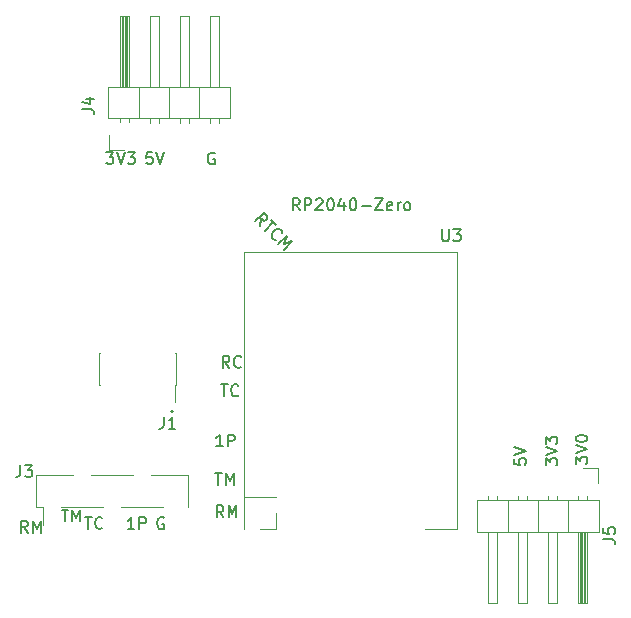
<source format=gbr>
%TF.GenerationSoftware,KiCad,Pcbnew,8.0.1*%
%TF.CreationDate,2024-05-04T23:45:59-07:00*%
%TF.ProjectId,gps_interposer,6770735f-696e-4746-9572-706f7365722e,rev?*%
%TF.SameCoordinates,Original*%
%TF.FileFunction,Legend,Top*%
%TF.FilePolarity,Positive*%
%FSLAX46Y46*%
G04 Gerber Fmt 4.6, Leading zero omitted, Abs format (unit mm)*
G04 Created by KiCad (PCBNEW 8.0.1) date 2024-05-04 23:45:59*
%MOMM*%
%LPD*%
G01*
G04 APERTURE LIST*
%ADD10C,0.150000*%
%ADD11C,0.202000*%
%ADD12C,0.120000*%
G04 APERTURE END LIST*
D10*
X171978174Y-82454275D02*
X172597221Y-82454275D01*
X172597221Y-82454275D02*
X172263888Y-82835227D01*
X172263888Y-82835227D02*
X172406745Y-82835227D01*
X172406745Y-82835227D02*
X172501983Y-82882846D01*
X172501983Y-82882846D02*
X172549602Y-82930465D01*
X172549602Y-82930465D02*
X172597221Y-83025703D01*
X172597221Y-83025703D02*
X172597221Y-83263798D01*
X172597221Y-83263798D02*
X172549602Y-83359036D01*
X172549602Y-83359036D02*
X172501983Y-83406656D01*
X172501983Y-83406656D02*
X172406745Y-83454275D01*
X172406745Y-83454275D02*
X172121031Y-83454275D01*
X172121031Y-83454275D02*
X172025793Y-83406656D01*
X172025793Y-83406656D02*
X171978174Y-83359036D01*
X172882936Y-82454275D02*
X173216269Y-83454275D01*
X173216269Y-83454275D02*
X173549602Y-82454275D01*
X173787698Y-82454275D02*
X174406745Y-82454275D01*
X174406745Y-82454275D02*
X174073412Y-82835227D01*
X174073412Y-82835227D02*
X174216269Y-82835227D01*
X174216269Y-82835227D02*
X174311507Y-82882846D01*
X174311507Y-82882846D02*
X174359126Y-82930465D01*
X174359126Y-82930465D02*
X174406745Y-83025703D01*
X174406745Y-83025703D02*
X174406745Y-83263798D01*
X174406745Y-83263798D02*
X174359126Y-83359036D01*
X174359126Y-83359036D02*
X174311507Y-83406656D01*
X174311507Y-83406656D02*
X174216269Y-83454275D01*
X174216269Y-83454275D02*
X173930555Y-83454275D01*
X173930555Y-83454275D02*
X173835317Y-83406656D01*
X173835317Y-83406656D02*
X173787698Y-83359036D01*
X175899183Y-82454275D02*
X175422993Y-82454275D01*
X175422993Y-82454275D02*
X175375374Y-82930465D01*
X175375374Y-82930465D02*
X175422993Y-82882846D01*
X175422993Y-82882846D02*
X175518231Y-82835227D01*
X175518231Y-82835227D02*
X175756326Y-82835227D01*
X175756326Y-82835227D02*
X175851564Y-82882846D01*
X175851564Y-82882846D02*
X175899183Y-82930465D01*
X175899183Y-82930465D02*
X175946802Y-83025703D01*
X175946802Y-83025703D02*
X175946802Y-83263798D01*
X175946802Y-83263798D02*
X175899183Y-83359036D01*
X175899183Y-83359036D02*
X175851564Y-83406656D01*
X175851564Y-83406656D02*
X175756326Y-83454275D01*
X175756326Y-83454275D02*
X175518231Y-83454275D01*
X175518231Y-83454275D02*
X175422993Y-83406656D01*
X175422993Y-83406656D02*
X175375374Y-83359036D01*
X176232517Y-82454275D02*
X176565850Y-83454275D01*
X176565850Y-83454275D02*
X176899183Y-82454275D01*
X181160588Y-82542438D02*
X181065350Y-82494819D01*
X181065350Y-82494819D02*
X180922493Y-82494819D01*
X180922493Y-82494819D02*
X180779636Y-82542438D01*
X180779636Y-82542438D02*
X180684398Y-82637676D01*
X180684398Y-82637676D02*
X180636779Y-82732914D01*
X180636779Y-82732914D02*
X180589160Y-82923390D01*
X180589160Y-82923390D02*
X180589160Y-83066247D01*
X180589160Y-83066247D02*
X180636779Y-83256723D01*
X180636779Y-83256723D02*
X180684398Y-83351961D01*
X180684398Y-83351961D02*
X180779636Y-83447200D01*
X180779636Y-83447200D02*
X180922493Y-83494819D01*
X180922493Y-83494819D02*
X181017731Y-83494819D01*
X181017731Y-83494819D02*
X181160588Y-83447200D01*
X181160588Y-83447200D02*
X181208207Y-83399580D01*
X181208207Y-83399580D02*
X181208207Y-83066247D01*
X181208207Y-83066247D02*
X181017731Y-83066247D01*
X174360588Y-114369819D02*
X173789160Y-114369819D01*
X174074874Y-114369819D02*
X174074874Y-113369819D01*
X174074874Y-113369819D02*
X173979636Y-113512676D01*
X173979636Y-113512676D02*
X173884398Y-113607914D01*
X173884398Y-113607914D02*
X173789160Y-113655533D01*
X174789160Y-114369819D02*
X174789160Y-113369819D01*
X174789160Y-113369819D02*
X175170112Y-113369819D01*
X175170112Y-113369819D02*
X175265350Y-113417438D01*
X175265350Y-113417438D02*
X175312969Y-113465057D01*
X175312969Y-113465057D02*
X175360588Y-113560295D01*
X175360588Y-113560295D02*
X175360588Y-113703152D01*
X175360588Y-113703152D02*
X175312969Y-113798390D01*
X175312969Y-113798390D02*
X175265350Y-113846009D01*
X175265350Y-113846009D02*
X175170112Y-113893628D01*
X175170112Y-113893628D02*
X174789160Y-113893628D01*
X165336337Y-114660598D02*
X165003004Y-114184407D01*
X164764909Y-114660598D02*
X164764909Y-113660598D01*
X164764909Y-113660598D02*
X165145861Y-113660598D01*
X165145861Y-113660598D02*
X165241099Y-113708217D01*
X165241099Y-113708217D02*
X165288718Y-113755836D01*
X165288718Y-113755836D02*
X165336337Y-113851074D01*
X165336337Y-113851074D02*
X165336337Y-113993931D01*
X165336337Y-113993931D02*
X165288718Y-114089169D01*
X165288718Y-114089169D02*
X165241099Y-114136788D01*
X165241099Y-114136788D02*
X165145861Y-114184407D01*
X165145861Y-114184407D02*
X164764909Y-114184407D01*
X165764909Y-114660598D02*
X165764909Y-113660598D01*
X165764909Y-113660598D02*
X166098242Y-114374883D01*
X166098242Y-114374883D02*
X166431575Y-113660598D01*
X166431575Y-113660598D02*
X166431575Y-114660598D01*
X168200822Y-112713600D02*
X168772250Y-112713600D01*
X168486536Y-113713600D02*
X168486536Y-112713600D01*
X169105584Y-113713600D02*
X169105584Y-112713600D01*
X169105584Y-112713600D02*
X169438917Y-113427885D01*
X169438917Y-113427885D02*
X169772250Y-112713600D01*
X169772250Y-112713600D02*
X169772250Y-113713600D01*
X170182910Y-113341262D02*
X170754338Y-113341262D01*
X170468624Y-114341262D02*
X170468624Y-113341262D01*
X171659100Y-114246023D02*
X171611481Y-114293643D01*
X171611481Y-114293643D02*
X171468624Y-114341262D01*
X171468624Y-114341262D02*
X171373386Y-114341262D01*
X171373386Y-114341262D02*
X171230529Y-114293643D01*
X171230529Y-114293643D02*
X171135291Y-114198404D01*
X171135291Y-114198404D02*
X171087672Y-114103166D01*
X171087672Y-114103166D02*
X171040053Y-113912690D01*
X171040053Y-113912690D02*
X171040053Y-113769833D01*
X171040053Y-113769833D02*
X171087672Y-113579357D01*
X171087672Y-113579357D02*
X171135291Y-113484119D01*
X171135291Y-113484119D02*
X171230529Y-113388881D01*
X171230529Y-113388881D02*
X171373386Y-113341262D01*
X171373386Y-113341262D02*
X171468624Y-113341262D01*
X171468624Y-113341262D02*
X171611481Y-113388881D01*
X171611481Y-113388881D02*
X171659100Y-113436500D01*
X176860588Y-113417438D02*
X176765350Y-113369819D01*
X176765350Y-113369819D02*
X176622493Y-113369819D01*
X176622493Y-113369819D02*
X176479636Y-113417438D01*
X176479636Y-113417438D02*
X176384398Y-113512676D01*
X176384398Y-113512676D02*
X176336779Y-113607914D01*
X176336779Y-113607914D02*
X176289160Y-113798390D01*
X176289160Y-113798390D02*
X176289160Y-113941247D01*
X176289160Y-113941247D02*
X176336779Y-114131723D01*
X176336779Y-114131723D02*
X176384398Y-114226961D01*
X176384398Y-114226961D02*
X176479636Y-114322200D01*
X176479636Y-114322200D02*
X176622493Y-114369819D01*
X176622493Y-114369819D02*
X176717731Y-114369819D01*
X176717731Y-114369819D02*
X176860588Y-114322200D01*
X176860588Y-114322200D02*
X176908207Y-114274580D01*
X176908207Y-114274580D02*
X176908207Y-113941247D01*
X176908207Y-113941247D02*
X176717731Y-113941247D01*
D11*
X177647000Y-104394000D02*
G75*
G02*
X177445000Y-104394000I-101000J0D01*
G01*
X177445000Y-104394000D02*
G75*
G02*
X177647000Y-104394000I101000J0D01*
G01*
D10*
X206514819Y-108407030D02*
X206514819Y-108883220D01*
X206514819Y-108883220D02*
X206991009Y-108930839D01*
X206991009Y-108930839D02*
X206943390Y-108883220D01*
X206943390Y-108883220D02*
X206895771Y-108787982D01*
X206895771Y-108787982D02*
X206895771Y-108549887D01*
X206895771Y-108549887D02*
X206943390Y-108454649D01*
X206943390Y-108454649D02*
X206991009Y-108407030D01*
X206991009Y-108407030D02*
X207086247Y-108359411D01*
X207086247Y-108359411D02*
X207324342Y-108359411D01*
X207324342Y-108359411D02*
X207419580Y-108407030D01*
X207419580Y-108407030D02*
X207467200Y-108454649D01*
X207467200Y-108454649D02*
X207514819Y-108549887D01*
X207514819Y-108549887D02*
X207514819Y-108787982D01*
X207514819Y-108787982D02*
X207467200Y-108883220D01*
X207467200Y-108883220D02*
X207419580Y-108930839D01*
X206514819Y-108073696D02*
X207514819Y-107740363D01*
X207514819Y-107740363D02*
X206514819Y-107407030D01*
X182408207Y-100707819D02*
X182074874Y-100231628D01*
X181836779Y-100707819D02*
X181836779Y-99707819D01*
X181836779Y-99707819D02*
X182217731Y-99707819D01*
X182217731Y-99707819D02*
X182312969Y-99755438D01*
X182312969Y-99755438D02*
X182360588Y-99803057D01*
X182360588Y-99803057D02*
X182408207Y-99898295D01*
X182408207Y-99898295D02*
X182408207Y-100041152D01*
X182408207Y-100041152D02*
X182360588Y-100136390D01*
X182360588Y-100136390D02*
X182312969Y-100184009D01*
X182312969Y-100184009D02*
X182217731Y-100231628D01*
X182217731Y-100231628D02*
X181836779Y-100231628D01*
X183408207Y-100612580D02*
X183360588Y-100660200D01*
X183360588Y-100660200D02*
X183217731Y-100707819D01*
X183217731Y-100707819D02*
X183122493Y-100707819D01*
X183122493Y-100707819D02*
X182979636Y-100660200D01*
X182979636Y-100660200D02*
X182884398Y-100564961D01*
X182884398Y-100564961D02*
X182836779Y-100469723D01*
X182836779Y-100469723D02*
X182789160Y-100279247D01*
X182789160Y-100279247D02*
X182789160Y-100136390D01*
X182789160Y-100136390D02*
X182836779Y-99945914D01*
X182836779Y-99945914D02*
X182884398Y-99850676D01*
X182884398Y-99850676D02*
X182979636Y-99755438D01*
X182979636Y-99755438D02*
X183122493Y-99707819D01*
X183122493Y-99707819D02*
X183217731Y-99707819D01*
X183217731Y-99707819D02*
X183360588Y-99755438D01*
X183360588Y-99755438D02*
X183408207Y-99803057D01*
X188360207Y-87372819D02*
X188026874Y-86896628D01*
X187788779Y-87372819D02*
X187788779Y-86372819D01*
X187788779Y-86372819D02*
X188169731Y-86372819D01*
X188169731Y-86372819D02*
X188264969Y-86420438D01*
X188264969Y-86420438D02*
X188312588Y-86468057D01*
X188312588Y-86468057D02*
X188360207Y-86563295D01*
X188360207Y-86563295D02*
X188360207Y-86706152D01*
X188360207Y-86706152D02*
X188312588Y-86801390D01*
X188312588Y-86801390D02*
X188264969Y-86849009D01*
X188264969Y-86849009D02*
X188169731Y-86896628D01*
X188169731Y-86896628D02*
X187788779Y-86896628D01*
X188788779Y-87372819D02*
X188788779Y-86372819D01*
X188788779Y-86372819D02*
X189169731Y-86372819D01*
X189169731Y-86372819D02*
X189264969Y-86420438D01*
X189264969Y-86420438D02*
X189312588Y-86468057D01*
X189312588Y-86468057D02*
X189360207Y-86563295D01*
X189360207Y-86563295D02*
X189360207Y-86706152D01*
X189360207Y-86706152D02*
X189312588Y-86801390D01*
X189312588Y-86801390D02*
X189264969Y-86849009D01*
X189264969Y-86849009D02*
X189169731Y-86896628D01*
X189169731Y-86896628D02*
X188788779Y-86896628D01*
X189741160Y-86468057D02*
X189788779Y-86420438D01*
X189788779Y-86420438D02*
X189884017Y-86372819D01*
X189884017Y-86372819D02*
X190122112Y-86372819D01*
X190122112Y-86372819D02*
X190217350Y-86420438D01*
X190217350Y-86420438D02*
X190264969Y-86468057D01*
X190264969Y-86468057D02*
X190312588Y-86563295D01*
X190312588Y-86563295D02*
X190312588Y-86658533D01*
X190312588Y-86658533D02*
X190264969Y-86801390D01*
X190264969Y-86801390D02*
X189693541Y-87372819D01*
X189693541Y-87372819D02*
X190312588Y-87372819D01*
X190931636Y-86372819D02*
X191026874Y-86372819D01*
X191026874Y-86372819D02*
X191122112Y-86420438D01*
X191122112Y-86420438D02*
X191169731Y-86468057D01*
X191169731Y-86468057D02*
X191217350Y-86563295D01*
X191217350Y-86563295D02*
X191264969Y-86753771D01*
X191264969Y-86753771D02*
X191264969Y-86991866D01*
X191264969Y-86991866D02*
X191217350Y-87182342D01*
X191217350Y-87182342D02*
X191169731Y-87277580D01*
X191169731Y-87277580D02*
X191122112Y-87325200D01*
X191122112Y-87325200D02*
X191026874Y-87372819D01*
X191026874Y-87372819D02*
X190931636Y-87372819D01*
X190931636Y-87372819D02*
X190836398Y-87325200D01*
X190836398Y-87325200D02*
X190788779Y-87277580D01*
X190788779Y-87277580D02*
X190741160Y-87182342D01*
X190741160Y-87182342D02*
X190693541Y-86991866D01*
X190693541Y-86991866D02*
X190693541Y-86753771D01*
X190693541Y-86753771D02*
X190741160Y-86563295D01*
X190741160Y-86563295D02*
X190788779Y-86468057D01*
X190788779Y-86468057D02*
X190836398Y-86420438D01*
X190836398Y-86420438D02*
X190931636Y-86372819D01*
X192122112Y-86706152D02*
X192122112Y-87372819D01*
X191884017Y-86325200D02*
X191645922Y-87039485D01*
X191645922Y-87039485D02*
X192264969Y-87039485D01*
X192836398Y-86372819D02*
X192931636Y-86372819D01*
X192931636Y-86372819D02*
X193026874Y-86420438D01*
X193026874Y-86420438D02*
X193074493Y-86468057D01*
X193074493Y-86468057D02*
X193122112Y-86563295D01*
X193122112Y-86563295D02*
X193169731Y-86753771D01*
X193169731Y-86753771D02*
X193169731Y-86991866D01*
X193169731Y-86991866D02*
X193122112Y-87182342D01*
X193122112Y-87182342D02*
X193074493Y-87277580D01*
X193074493Y-87277580D02*
X193026874Y-87325200D01*
X193026874Y-87325200D02*
X192931636Y-87372819D01*
X192931636Y-87372819D02*
X192836398Y-87372819D01*
X192836398Y-87372819D02*
X192741160Y-87325200D01*
X192741160Y-87325200D02*
X192693541Y-87277580D01*
X192693541Y-87277580D02*
X192645922Y-87182342D01*
X192645922Y-87182342D02*
X192598303Y-86991866D01*
X192598303Y-86991866D02*
X192598303Y-86753771D01*
X192598303Y-86753771D02*
X192645922Y-86563295D01*
X192645922Y-86563295D02*
X192693541Y-86468057D01*
X192693541Y-86468057D02*
X192741160Y-86420438D01*
X192741160Y-86420438D02*
X192836398Y-86372819D01*
X193598303Y-86991866D02*
X194360208Y-86991866D01*
X194741160Y-86372819D02*
X195407826Y-86372819D01*
X195407826Y-86372819D02*
X194741160Y-87372819D01*
X194741160Y-87372819D02*
X195407826Y-87372819D01*
X196169731Y-87325200D02*
X196074493Y-87372819D01*
X196074493Y-87372819D02*
X195884017Y-87372819D01*
X195884017Y-87372819D02*
X195788779Y-87325200D01*
X195788779Y-87325200D02*
X195741160Y-87229961D01*
X195741160Y-87229961D02*
X195741160Y-86849009D01*
X195741160Y-86849009D02*
X195788779Y-86753771D01*
X195788779Y-86753771D02*
X195884017Y-86706152D01*
X195884017Y-86706152D02*
X196074493Y-86706152D01*
X196074493Y-86706152D02*
X196169731Y-86753771D01*
X196169731Y-86753771D02*
X196217350Y-86849009D01*
X196217350Y-86849009D02*
X196217350Y-86944247D01*
X196217350Y-86944247D02*
X195741160Y-87039485D01*
X196645922Y-87372819D02*
X196645922Y-86706152D01*
X196645922Y-86896628D02*
X196693541Y-86801390D01*
X196693541Y-86801390D02*
X196741160Y-86753771D01*
X196741160Y-86753771D02*
X196836398Y-86706152D01*
X196836398Y-86706152D02*
X196931636Y-86706152D01*
X197407827Y-87372819D02*
X197312589Y-87325200D01*
X197312589Y-87325200D02*
X197264970Y-87277580D01*
X197264970Y-87277580D02*
X197217351Y-87182342D01*
X197217351Y-87182342D02*
X197217351Y-86896628D01*
X197217351Y-86896628D02*
X197264970Y-86801390D01*
X197264970Y-86801390D02*
X197312589Y-86753771D01*
X197312589Y-86753771D02*
X197407827Y-86706152D01*
X197407827Y-86706152D02*
X197550684Y-86706152D01*
X197550684Y-86706152D02*
X197645922Y-86753771D01*
X197645922Y-86753771D02*
X197693541Y-86801390D01*
X197693541Y-86801390D02*
X197741160Y-86896628D01*
X197741160Y-86896628D02*
X197741160Y-87182342D01*
X197741160Y-87182342D02*
X197693541Y-87277580D01*
X197693541Y-87277580D02*
X197645922Y-87325200D01*
X197645922Y-87325200D02*
X197550684Y-87372819D01*
X197550684Y-87372819D02*
X197407827Y-87372819D01*
X181693922Y-102120819D02*
X182265350Y-102120819D01*
X181979636Y-103120819D02*
X181979636Y-102120819D01*
X183170112Y-103025580D02*
X183122493Y-103073200D01*
X183122493Y-103073200D02*
X182979636Y-103120819D01*
X182979636Y-103120819D02*
X182884398Y-103120819D01*
X182884398Y-103120819D02*
X182741541Y-103073200D01*
X182741541Y-103073200D02*
X182646303Y-102977961D01*
X182646303Y-102977961D02*
X182598684Y-102882723D01*
X182598684Y-102882723D02*
X182551065Y-102692247D01*
X182551065Y-102692247D02*
X182551065Y-102549390D01*
X182551065Y-102549390D02*
X182598684Y-102358914D01*
X182598684Y-102358914D02*
X182646303Y-102263676D01*
X182646303Y-102263676D02*
X182741541Y-102168438D01*
X182741541Y-102168438D02*
X182884398Y-102120819D01*
X182884398Y-102120819D02*
X182979636Y-102120819D01*
X182979636Y-102120819D02*
X183122493Y-102168438D01*
X183122493Y-102168438D02*
X183170112Y-102216057D01*
X181193922Y-109613819D02*
X181765350Y-109613819D01*
X181479636Y-110613819D02*
X181479636Y-109613819D01*
X182098684Y-110613819D02*
X182098684Y-109613819D01*
X182098684Y-109613819D02*
X182432017Y-110328104D01*
X182432017Y-110328104D02*
X182765350Y-109613819D01*
X182765350Y-109613819D02*
X182765350Y-110613819D01*
X211721819Y-108851458D02*
X211721819Y-108232411D01*
X211721819Y-108232411D02*
X212102771Y-108565744D01*
X212102771Y-108565744D02*
X212102771Y-108422887D01*
X212102771Y-108422887D02*
X212150390Y-108327649D01*
X212150390Y-108327649D02*
X212198009Y-108280030D01*
X212198009Y-108280030D02*
X212293247Y-108232411D01*
X212293247Y-108232411D02*
X212531342Y-108232411D01*
X212531342Y-108232411D02*
X212626580Y-108280030D01*
X212626580Y-108280030D02*
X212674200Y-108327649D01*
X212674200Y-108327649D02*
X212721819Y-108422887D01*
X212721819Y-108422887D02*
X212721819Y-108708601D01*
X212721819Y-108708601D02*
X212674200Y-108803839D01*
X212674200Y-108803839D02*
X212626580Y-108851458D01*
X211721819Y-107946696D02*
X212721819Y-107613363D01*
X212721819Y-107613363D02*
X211721819Y-107280030D01*
X211721819Y-106756220D02*
X211721819Y-106660982D01*
X211721819Y-106660982D02*
X211769438Y-106565744D01*
X211769438Y-106565744D02*
X211817057Y-106518125D01*
X211817057Y-106518125D02*
X211912295Y-106470506D01*
X211912295Y-106470506D02*
X212102771Y-106422887D01*
X212102771Y-106422887D02*
X212340866Y-106422887D01*
X212340866Y-106422887D02*
X212531342Y-106470506D01*
X212531342Y-106470506D02*
X212626580Y-106518125D01*
X212626580Y-106518125D02*
X212674200Y-106565744D01*
X212674200Y-106565744D02*
X212721819Y-106660982D01*
X212721819Y-106660982D02*
X212721819Y-106756220D01*
X212721819Y-106756220D02*
X212674200Y-106851458D01*
X212674200Y-106851458D02*
X212626580Y-106899077D01*
X212626580Y-106899077D02*
X212531342Y-106946696D01*
X212531342Y-106946696D02*
X212340866Y-106994315D01*
X212340866Y-106994315D02*
X212102771Y-106994315D01*
X212102771Y-106994315D02*
X211912295Y-106946696D01*
X211912295Y-106946696D02*
X211817057Y-106899077D01*
X211817057Y-106899077D02*
X211769438Y-106851458D01*
X211769438Y-106851458D02*
X211721819Y-106756220D01*
X209181819Y-108978458D02*
X209181819Y-108359411D01*
X209181819Y-108359411D02*
X209562771Y-108692744D01*
X209562771Y-108692744D02*
X209562771Y-108549887D01*
X209562771Y-108549887D02*
X209610390Y-108454649D01*
X209610390Y-108454649D02*
X209658009Y-108407030D01*
X209658009Y-108407030D02*
X209753247Y-108359411D01*
X209753247Y-108359411D02*
X209991342Y-108359411D01*
X209991342Y-108359411D02*
X210086580Y-108407030D01*
X210086580Y-108407030D02*
X210134200Y-108454649D01*
X210134200Y-108454649D02*
X210181819Y-108549887D01*
X210181819Y-108549887D02*
X210181819Y-108835601D01*
X210181819Y-108835601D02*
X210134200Y-108930839D01*
X210134200Y-108930839D02*
X210086580Y-108978458D01*
X209181819Y-108073696D02*
X210181819Y-107740363D01*
X210181819Y-107740363D02*
X209181819Y-107407030D01*
X209181819Y-107168934D02*
X209181819Y-106549887D01*
X209181819Y-106549887D02*
X209562771Y-106883220D01*
X209562771Y-106883220D02*
X209562771Y-106740363D01*
X209562771Y-106740363D02*
X209610390Y-106645125D01*
X209610390Y-106645125D02*
X209658009Y-106597506D01*
X209658009Y-106597506D02*
X209753247Y-106549887D01*
X209753247Y-106549887D02*
X209991342Y-106549887D01*
X209991342Y-106549887D02*
X210086580Y-106597506D01*
X210086580Y-106597506D02*
X210134200Y-106645125D01*
X210134200Y-106645125D02*
X210181819Y-106740363D01*
X210181819Y-106740363D02*
X210181819Y-107026077D01*
X210181819Y-107026077D02*
X210134200Y-107121315D01*
X210134200Y-107121315D02*
X210086580Y-107168934D01*
X181860588Y-107369819D02*
X181289160Y-107369819D01*
X181574874Y-107369819D02*
X181574874Y-106369819D01*
X181574874Y-106369819D02*
X181479636Y-106512676D01*
X181479636Y-106512676D02*
X181384398Y-106607914D01*
X181384398Y-106607914D02*
X181289160Y-106655533D01*
X182289160Y-107369819D02*
X182289160Y-106369819D01*
X182289160Y-106369819D02*
X182670112Y-106369819D01*
X182670112Y-106369819D02*
X182765350Y-106417438D01*
X182765350Y-106417438D02*
X182812969Y-106465057D01*
X182812969Y-106465057D02*
X182860588Y-106560295D01*
X182860588Y-106560295D02*
X182860588Y-106703152D01*
X182860588Y-106703152D02*
X182812969Y-106798390D01*
X182812969Y-106798390D02*
X182765350Y-106846009D01*
X182765350Y-106846009D02*
X182670112Y-106893628D01*
X182670112Y-106893628D02*
X182289160Y-106893628D01*
X185011251Y-88688148D02*
X185112266Y-88115728D01*
X184607190Y-88284087D02*
X185314297Y-87576980D01*
X185314297Y-87576980D02*
X185583671Y-87846354D01*
X185583671Y-87846354D02*
X185617343Y-87947369D01*
X185617343Y-87947369D02*
X185617343Y-88014713D01*
X185617343Y-88014713D02*
X185583671Y-88115728D01*
X185583671Y-88115728D02*
X185482656Y-88216743D01*
X185482656Y-88216743D02*
X185381641Y-88250415D01*
X185381641Y-88250415D02*
X185314297Y-88250415D01*
X185314297Y-88250415D02*
X185213282Y-88216743D01*
X185213282Y-88216743D02*
X184943908Y-87947369D01*
X185920389Y-88183071D02*
X186324450Y-88587132D01*
X185415312Y-89092209D02*
X186122419Y-88385102D01*
X186324450Y-89866659D02*
X186257106Y-89866659D01*
X186257106Y-89866659D02*
X186122419Y-89799316D01*
X186122419Y-89799316D02*
X186055076Y-89731972D01*
X186055076Y-89731972D02*
X185987732Y-89597285D01*
X185987732Y-89597285D02*
X185987732Y-89462598D01*
X185987732Y-89462598D02*
X186021404Y-89361583D01*
X186021404Y-89361583D02*
X186122419Y-89193224D01*
X186122419Y-89193224D02*
X186223434Y-89092209D01*
X186223434Y-89092209D02*
X186391793Y-88991193D01*
X186391793Y-88991193D02*
X186492808Y-88957522D01*
X186492808Y-88957522D02*
X186627495Y-88957522D01*
X186627495Y-88957522D02*
X186762182Y-89024865D01*
X186762182Y-89024865D02*
X186829526Y-89092209D01*
X186829526Y-89092209D02*
X186896869Y-89226896D01*
X186896869Y-89226896D02*
X186896869Y-89294239D01*
X186560152Y-90237048D02*
X187267259Y-89529942D01*
X187267259Y-89529942D02*
X186997885Y-90270720D01*
X186997885Y-90270720D02*
X187738663Y-90001346D01*
X187738663Y-90001346D02*
X187031556Y-90708453D01*
X181908207Y-113369819D02*
X181574874Y-112893628D01*
X181336779Y-113369819D02*
X181336779Y-112369819D01*
X181336779Y-112369819D02*
X181717731Y-112369819D01*
X181717731Y-112369819D02*
X181812969Y-112417438D01*
X181812969Y-112417438D02*
X181860588Y-112465057D01*
X181860588Y-112465057D02*
X181908207Y-112560295D01*
X181908207Y-112560295D02*
X181908207Y-112703152D01*
X181908207Y-112703152D02*
X181860588Y-112798390D01*
X181860588Y-112798390D02*
X181812969Y-112846009D01*
X181812969Y-112846009D02*
X181717731Y-112893628D01*
X181717731Y-112893628D02*
X181336779Y-112893628D01*
X182336779Y-113369819D02*
X182336779Y-112369819D01*
X182336779Y-112369819D02*
X182670112Y-113084104D01*
X182670112Y-113084104D02*
X183003445Y-112369819D01*
X183003445Y-112369819D02*
X183003445Y-113369819D01*
X169954819Y-78833333D02*
X170669104Y-78833333D01*
X170669104Y-78833333D02*
X170811961Y-78880952D01*
X170811961Y-78880952D02*
X170907200Y-78976190D01*
X170907200Y-78976190D02*
X170954819Y-79119047D01*
X170954819Y-79119047D02*
X170954819Y-79214285D01*
X170288152Y-77928571D02*
X170954819Y-77928571D01*
X169907200Y-78166666D02*
X170621485Y-78404761D01*
X170621485Y-78404761D02*
X170621485Y-77785714D01*
X164716666Y-108954819D02*
X164716666Y-109669104D01*
X164716666Y-109669104D02*
X164669047Y-109811961D01*
X164669047Y-109811961D02*
X164573809Y-109907200D01*
X164573809Y-109907200D02*
X164430952Y-109954819D01*
X164430952Y-109954819D02*
X164335714Y-109954819D01*
X165097619Y-108954819D02*
X165716666Y-108954819D01*
X165716666Y-108954819D02*
X165383333Y-109335771D01*
X165383333Y-109335771D02*
X165526190Y-109335771D01*
X165526190Y-109335771D02*
X165621428Y-109383390D01*
X165621428Y-109383390D02*
X165669047Y-109431009D01*
X165669047Y-109431009D02*
X165716666Y-109526247D01*
X165716666Y-109526247D02*
X165716666Y-109764342D01*
X165716666Y-109764342D02*
X165669047Y-109859580D01*
X165669047Y-109859580D02*
X165621428Y-109907200D01*
X165621428Y-109907200D02*
X165526190Y-109954819D01*
X165526190Y-109954819D02*
X165240476Y-109954819D01*
X165240476Y-109954819D02*
X165145238Y-109907200D01*
X165145238Y-109907200D02*
X165097619Y-109859580D01*
X214068819Y-115208333D02*
X214783104Y-115208333D01*
X214783104Y-115208333D02*
X214925961Y-115255952D01*
X214925961Y-115255952D02*
X215021200Y-115351190D01*
X215021200Y-115351190D02*
X215068819Y-115494047D01*
X215068819Y-115494047D02*
X215068819Y-115589285D01*
X214068819Y-114255952D02*
X214068819Y-114732142D01*
X214068819Y-114732142D02*
X214545009Y-114779761D01*
X214545009Y-114779761D02*
X214497390Y-114732142D01*
X214497390Y-114732142D02*
X214449771Y-114636904D01*
X214449771Y-114636904D02*
X214449771Y-114398809D01*
X214449771Y-114398809D02*
X214497390Y-114303571D01*
X214497390Y-114303571D02*
X214545009Y-114255952D01*
X214545009Y-114255952D02*
X214640247Y-114208333D01*
X214640247Y-114208333D02*
X214878342Y-114208333D01*
X214878342Y-114208333D02*
X214973580Y-114255952D01*
X214973580Y-114255952D02*
X215021200Y-114303571D01*
X215021200Y-114303571D02*
X215068819Y-114398809D01*
X215068819Y-114398809D02*
X215068819Y-114636904D01*
X215068819Y-114636904D02*
X215021200Y-114732142D01*
X215021200Y-114732142D02*
X214973580Y-114779761D01*
X176831666Y-104864819D02*
X176831666Y-105579104D01*
X176831666Y-105579104D02*
X176784047Y-105721961D01*
X176784047Y-105721961D02*
X176688809Y-105817200D01*
X176688809Y-105817200D02*
X176545952Y-105864819D01*
X176545952Y-105864819D02*
X176450714Y-105864819D01*
X177831666Y-105864819D02*
X177260238Y-105864819D01*
X177545952Y-105864819D02*
X177545952Y-104864819D01*
X177545952Y-104864819D02*
X177450714Y-105007676D01*
X177450714Y-105007676D02*
X177355476Y-105102914D01*
X177355476Y-105102914D02*
X177260238Y-105150533D01*
X200406095Y-88989819D02*
X200406095Y-89799342D01*
X200406095Y-89799342D02*
X200453714Y-89894580D01*
X200453714Y-89894580D02*
X200501333Y-89942200D01*
X200501333Y-89942200D02*
X200596571Y-89989819D01*
X200596571Y-89989819D02*
X200787047Y-89989819D01*
X200787047Y-89989819D02*
X200882285Y-89942200D01*
X200882285Y-89942200D02*
X200929904Y-89894580D01*
X200929904Y-89894580D02*
X200977523Y-89799342D01*
X200977523Y-89799342D02*
X200977523Y-88989819D01*
X201358476Y-88989819D02*
X201977523Y-88989819D01*
X201977523Y-88989819D02*
X201644190Y-89370771D01*
X201644190Y-89370771D02*
X201787047Y-89370771D01*
X201787047Y-89370771D02*
X201882285Y-89418390D01*
X201882285Y-89418390D02*
X201929904Y-89466009D01*
X201929904Y-89466009D02*
X201977523Y-89561247D01*
X201977523Y-89561247D02*
X201977523Y-89799342D01*
X201977523Y-89799342D02*
X201929904Y-89894580D01*
X201929904Y-89894580D02*
X201882285Y-89942200D01*
X201882285Y-89942200D02*
X201787047Y-89989819D01*
X201787047Y-89989819D02*
X201501333Y-89989819D01*
X201501333Y-89989819D02*
X201406095Y-89942200D01*
X201406095Y-89942200D02*
X201358476Y-89894580D01*
D12*
%TO.C,J4*%
X172230000Y-82270000D02*
X172230000Y-81000000D01*
X173500000Y-82270000D02*
X172230000Y-82270000D01*
X175660000Y-79957071D02*
X175660000Y-79560000D01*
X176420000Y-79957071D02*
X176420000Y-79560000D01*
X178200000Y-79957071D02*
X178200000Y-79560000D01*
X178960000Y-79957071D02*
X178960000Y-79560000D01*
X180740000Y-79957071D02*
X180740000Y-79560000D01*
X181500000Y-79957071D02*
X181500000Y-79560000D01*
X173120000Y-79890000D02*
X173120000Y-79560000D01*
X173880000Y-79890000D02*
X173880000Y-79560000D01*
X172170000Y-79560000D02*
X182450000Y-79560000D01*
X174770000Y-79560000D02*
X174770000Y-76900000D01*
X177310000Y-79560000D02*
X177310000Y-76900000D01*
X179850000Y-79560000D02*
X179850000Y-76900000D01*
X182450000Y-79560000D02*
X182450000Y-76900000D01*
X172170000Y-76900000D02*
X172170000Y-79560000D01*
X173120000Y-76900000D02*
X173120000Y-70900000D01*
X173180000Y-76900000D02*
X173180000Y-70900000D01*
X173300000Y-76900000D02*
X173300000Y-70900000D01*
X173420000Y-76900000D02*
X173420000Y-70900000D01*
X173540000Y-76900000D02*
X173540000Y-70900000D01*
X173660000Y-76900000D02*
X173660000Y-70900000D01*
X173780000Y-76900000D02*
X173780000Y-70900000D01*
X175660000Y-76900000D02*
X175660000Y-70900000D01*
X178200000Y-76900000D02*
X178200000Y-70900000D01*
X180740000Y-76900000D02*
X180740000Y-70900000D01*
X182450000Y-76900000D02*
X172170000Y-76900000D01*
X173120000Y-70900000D02*
X173880000Y-70900000D01*
X173880000Y-70900000D02*
X173880000Y-76900000D01*
X175660000Y-70900000D02*
X176420000Y-70900000D01*
X176420000Y-70900000D02*
X176420000Y-76900000D01*
X178200000Y-70900000D02*
X178960000Y-70900000D01*
X178960000Y-70900000D02*
X178960000Y-76900000D01*
X180740000Y-70900000D02*
X181500000Y-70900000D01*
X181500000Y-70900000D02*
X181500000Y-76900000D01*
%TO.C,J3*%
X166050000Y-112485000D02*
X166620000Y-112485000D01*
X166050000Y-112485000D02*
X166050000Y-109825000D01*
X166620000Y-112485000D02*
X166620000Y-114005000D01*
X168140000Y-112485000D02*
X171700000Y-112485000D01*
X173220000Y-112485000D02*
X176780000Y-112485000D01*
X178870000Y-112485000D02*
X178870000Y-109825000D01*
X166050000Y-109825000D02*
X169160000Y-109825000D01*
X170680000Y-109825000D02*
X174240000Y-109825000D01*
X175760000Y-109825000D02*
X178870000Y-109825000D01*
X178300000Y-109825000D02*
X178870000Y-109825000D01*
%TO.C,J5*%
X203394000Y-111930000D02*
X203394000Y-114590000D01*
X203394000Y-114590000D02*
X213674000Y-114590000D01*
X204344000Y-111532929D02*
X204344000Y-111930000D01*
X204344000Y-120590000D02*
X204344000Y-114590000D01*
X205104000Y-111532929D02*
X205104000Y-111930000D01*
X205104000Y-114590000D02*
X205104000Y-120590000D01*
X205104000Y-120590000D02*
X204344000Y-120590000D01*
X205994000Y-111930000D02*
X205994000Y-114590000D01*
X206884000Y-111532929D02*
X206884000Y-111930000D01*
X206884000Y-120590000D02*
X206884000Y-114590000D01*
X207644000Y-111532929D02*
X207644000Y-111930000D01*
X207644000Y-114590000D02*
X207644000Y-120590000D01*
X207644000Y-120590000D02*
X206884000Y-120590000D01*
X208534000Y-111930000D02*
X208534000Y-114590000D01*
X209424000Y-111532929D02*
X209424000Y-111930000D01*
X209424000Y-120590000D02*
X209424000Y-114590000D01*
X210184000Y-111532929D02*
X210184000Y-111930000D01*
X210184000Y-114590000D02*
X210184000Y-120590000D01*
X210184000Y-120590000D02*
X209424000Y-120590000D01*
X211074000Y-111930000D02*
X211074000Y-114590000D01*
X211964000Y-111600000D02*
X211964000Y-111930000D01*
X211964000Y-120590000D02*
X211964000Y-114590000D01*
X212064000Y-114590000D02*
X212064000Y-120590000D01*
X212184000Y-114590000D02*
X212184000Y-120590000D01*
X212304000Y-114590000D02*
X212304000Y-120590000D01*
X212344000Y-109220000D02*
X213614000Y-109220000D01*
X212424000Y-114590000D02*
X212424000Y-120590000D01*
X212544000Y-114590000D02*
X212544000Y-120590000D01*
X212664000Y-114590000D02*
X212664000Y-120590000D01*
X212724000Y-111600000D02*
X212724000Y-111930000D01*
X212724000Y-114590000D02*
X212724000Y-120590000D01*
X212724000Y-120590000D02*
X211964000Y-120590000D01*
X213614000Y-109220000D02*
X213614000Y-110490000D01*
X213674000Y-111930000D02*
X203394000Y-111930000D01*
X213674000Y-114590000D02*
X213674000Y-111930000D01*
%TO.C,J1*%
X171405000Y-99480000D02*
X171405000Y-102140000D01*
X171465000Y-99480000D02*
X171405000Y-99480000D01*
X171465000Y-102140000D02*
X171405000Y-102140000D01*
X177815000Y-102140000D02*
X177815000Y-103600000D01*
X177875000Y-99480000D02*
X177815000Y-99480000D01*
X177875000Y-99480000D02*
X177875000Y-102140000D01*
X177875000Y-102140000D02*
X177815000Y-102140000D01*
%TO.C,U3*%
X183659000Y-114376000D02*
X183659000Y-90876000D01*
X186369000Y-111616000D02*
X183709000Y-111616000D01*
X186369000Y-113036000D02*
X186369000Y-114366000D01*
X186369000Y-114366000D02*
X185039000Y-114366000D01*
X198949000Y-114366000D02*
X201659000Y-114366000D01*
X201659000Y-90876000D02*
X183659000Y-90876000D01*
X201659000Y-114366000D02*
X201659000Y-90876000D01*
%TD*%
M02*

</source>
